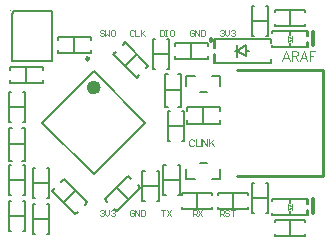
<source format=gbr>
%TF.GenerationSoftware,Altium Limited,Altium Designer,19.0.15 (446)*%
G04 Layer_Color=65535*
%FSLAX45Y45*%
%MOMM*%
%TF.FileFunction,Legend,Top*%
%TF.Part,Single*%
G01*
G75*
%TA.AperFunction,NonConductor*%
%ADD36C,0.25400*%
%ADD37C,0.12000*%
%ADD38C,0.15000*%
%ADD45C,0.10000*%
%ADD46C,0.60000*%
%ADD47C,0.25000*%
%ADD48C,0.30000*%
%ADD49C,0.20000*%
D36*
X11990750Y6223000D02*
Y6670000D01*
Y5776000D02*
Y6223000D01*
X11255750Y5776000D02*
X11990750D01*
X11255750Y6670000D02*
X11990750D01*
D37*
X11705340Y6750260D02*
X11674870Y6830243D01*
X11644400Y6750260D01*
X11655826Y6776921D02*
X11693913D01*
X11724002Y6830243D02*
Y6750260D01*
Y6830243D02*
X11758281D01*
X11769707Y6826435D01*
X11773515Y6822626D01*
X11777324Y6815008D01*
Y6807391D01*
X11773515Y6799774D01*
X11769707Y6795965D01*
X11758281Y6792156D01*
X11724002D01*
X11750663D02*
X11777324Y6750260D01*
X11856165D02*
X11825695Y6830243D01*
X11795225Y6750260D01*
X11806651Y6776921D02*
X11844738D01*
X11874827Y6830243D02*
Y6750260D01*
Y6830243D02*
X11924340D01*
X11874827Y6792156D02*
X11905297D01*
X11112500Y5435600D02*
Y5485584D01*
X11137492D01*
X11145823Y5477253D01*
Y5460592D01*
X11137492Y5452261D01*
X11112500D01*
X11129161D02*
X11145823Y5435600D01*
X11195806Y5477253D02*
X11187475Y5485584D01*
X11170814D01*
X11162484Y5477253D01*
Y5468923D01*
X11170814Y5460592D01*
X11187475D01*
X11195806Y5452261D01*
Y5443931D01*
X11187475Y5435600D01*
X11170814D01*
X11162484Y5443931D01*
X11212467Y5485584D02*
X11245790D01*
X11229128D01*
Y5435600D01*
X10883900D02*
Y5485584D01*
X10908892D01*
X10917223Y5477253D01*
Y5460592D01*
X10908892Y5452261D01*
X10883900D01*
X10900561D02*
X10917223Y5435600D01*
X10933884Y5485584D02*
X10967206Y5435600D01*
Y5485584D02*
X10933884Y5435600D01*
X10617200Y5485584D02*
X10650523D01*
X10633861D01*
Y5435600D01*
X10667184Y5485584D02*
X10700506Y5435600D01*
Y5485584D02*
X10667184Y5435600D01*
X10383823Y5477253D02*
X10375492Y5485584D01*
X10358831D01*
X10350500Y5477253D01*
Y5443931D01*
X10358831Y5435600D01*
X10375492D01*
X10383823Y5443931D01*
Y5460592D01*
X10367161D01*
X10400484Y5435600D02*
Y5485584D01*
X10433806Y5435600D01*
Y5485584D01*
X10450467D02*
Y5435600D01*
X10475459D01*
X10483790Y5443931D01*
Y5477253D01*
X10475459Y5485584D01*
X10450467D01*
X10096500Y5477253D02*
X10104831Y5485584D01*
X10121492D01*
X10129823Y5477253D01*
Y5468923D01*
X10121492Y5460592D01*
X10113161D01*
X10121492D01*
X10129823Y5452261D01*
Y5443931D01*
X10121492Y5435600D01*
X10104831D01*
X10096500Y5443931D01*
X10146484Y5485584D02*
Y5452261D01*
X10163145Y5435600D01*
X10179806Y5452261D01*
Y5485584D01*
X10196467Y5477253D02*
X10204798Y5485584D01*
X10221459D01*
X10229790Y5477253D01*
Y5468923D01*
X10221459Y5460592D01*
X10213128D01*
X10221459D01*
X10229790Y5452261D01*
Y5443931D01*
X10221459Y5435600D01*
X10204798D01*
X10196467Y5443931D01*
X11112500Y7001253D02*
X11120831Y7009584D01*
X11137492D01*
X11145823Y7001253D01*
Y6992923D01*
X11137492Y6984592D01*
X11129161D01*
X11137492D01*
X11145823Y6976261D01*
Y6967931D01*
X11137492Y6959600D01*
X11120831D01*
X11112500Y6967931D01*
X11162484Y7009584D02*
Y6976261D01*
X11179145Y6959600D01*
X11195806Y6976261D01*
Y7009584D01*
X11212467Y7001253D02*
X11220798Y7009584D01*
X11237459D01*
X11245790Y7001253D01*
Y6992923D01*
X11237459Y6984592D01*
X11229128D01*
X11237459D01*
X11245790Y6976261D01*
Y6967931D01*
X11237459Y6959600D01*
X11220798D01*
X11212467Y6967931D01*
X10891823Y7001253D02*
X10883492Y7009584D01*
X10866831D01*
X10858500Y7001253D01*
Y6967931D01*
X10866831Y6959600D01*
X10883492D01*
X10891823Y6967931D01*
Y6984592D01*
X10875161D01*
X10908484Y6959600D02*
Y7009584D01*
X10941806Y6959600D01*
Y7009584D01*
X10958467D02*
Y6959600D01*
X10983459D01*
X10991790Y6967931D01*
Y7001253D01*
X10983459Y7009584D01*
X10958467D01*
X10604500D02*
Y6959600D01*
X10629492D01*
X10637823Y6967931D01*
Y7001253D01*
X10629492Y7009584D01*
X10604500D01*
X10654484D02*
X10671145D01*
X10662814D01*
Y6959600D01*
X10654484D01*
X10671145D01*
X10721129Y7009584D02*
X10704468D01*
X10696137Y7001253D01*
Y6967931D01*
X10704468Y6959600D01*
X10721129D01*
X10729459Y6967931D01*
Y7001253D01*
X10721129Y7009584D01*
X10383823Y7001253D02*
X10375492Y7009584D01*
X10358831D01*
X10350500Y7001253D01*
Y6967931D01*
X10358831Y6959600D01*
X10375492D01*
X10383823Y6967931D01*
X10400484Y7009584D02*
Y6959600D01*
X10433806D01*
X10450467Y7009584D02*
Y6959600D01*
Y6976261D01*
X10483790Y7009584D01*
X10458798Y6984592D01*
X10483790Y6959600D01*
X10129823Y7001253D02*
X10121492Y7009584D01*
X10104831D01*
X10096500Y7001253D01*
Y6992923D01*
X10104831Y6984592D01*
X10121492D01*
X10129823Y6976261D01*
Y6967931D01*
X10121492Y6959600D01*
X10104831D01*
X10096500Y6967931D01*
X10146484Y7009584D02*
Y6959600D01*
X10163145Y6976261D01*
X10179806Y6959600D01*
Y7009584D01*
X10221459D02*
X10204798D01*
X10196467Y7001253D01*
Y6967931D01*
X10204798Y6959600D01*
X10221459D01*
X10229790Y6967931D01*
Y7001253D01*
X10221459Y7009584D01*
D38*
X11709400Y6864200D02*
Y6899200D01*
X11849100Y6959600D02*
X11861800D01*
Y7004200D01*
X11849100D02*
X11861800D01*
X11849100Y6908800D02*
X11861800D01*
Y6864200D02*
Y6908800D01*
X11849100Y6864200D02*
X11861800D01*
X11709400Y6969200D02*
Y7004200D01*
X11557000Y6985000D02*
Y7004200D01*
X11859400D01*
X11849100Y6959600D02*
Y7004200D01*
Y6864200D02*
Y6908800D01*
X11557000Y6864200D02*
X11849400D01*
X11557000D02*
Y6883400D01*
X9328000Y6361200D02*
X9468000D01*
X9328000Y6234200D02*
X9347200D01*
X9328000D02*
Y6488200D01*
X9347200D01*
X9448800D02*
X9468000D01*
Y6234200D02*
Y6488200D01*
X9448800Y6234200D02*
X9468000D01*
X9328000Y5740400D02*
X9468000D01*
X9328000Y5613400D02*
X9347200D01*
X9328000D02*
Y5867400D01*
X9347200D01*
X9448800D02*
X9468000D01*
Y5613400D02*
Y5867400D01*
X9448800Y5613400D02*
X9468000D01*
X9334200Y6559400D02*
Y6589400D01*
Y6559400D02*
X9614200D01*
Y6589400D01*
Y6669400D02*
Y6699400D01*
X9334200D02*
X9614200D01*
X9334200Y6669400D02*
Y6699400D01*
X9474200Y6559400D02*
Y6699400D01*
X9531200Y5410200D02*
X9671200D01*
X9531200Y5283200D02*
X9550400D01*
X9531200D02*
Y5537200D01*
X9550400D01*
X9652000D02*
X9671200D01*
Y5283200D02*
Y5537200D01*
X9652000Y5283200D02*
X9671200D01*
X11385400Y5588000D02*
X11525400D01*
X11506200Y5715000D02*
X11525400D01*
Y5461000D02*
Y5715000D01*
X11506200Y5461000D02*
X11525400D01*
X11385400D02*
X11404600D01*
X11385400D02*
Y5715000D01*
X11404600D01*
X10922000Y5492600D02*
Y5632600D01*
X11049000Y5492600D02*
Y5511800D01*
X10795000Y5492600D02*
X11049000D01*
X10795000D02*
Y5511800D01*
Y5613400D02*
Y5632600D01*
X11049000D01*
Y5613400D02*
Y5632600D01*
X11385400Y7086600D02*
X11525400D01*
X11506200Y7213600D02*
X11525400D01*
Y6959600D02*
Y7213600D01*
X11506200Y6959600D02*
X11525400D01*
X11385400D02*
X11404600D01*
X11385400D02*
Y7213600D01*
X11404600D01*
X10636100Y5740400D02*
X10776100D01*
X10636100Y5613400D02*
X10655300D01*
X10636100D02*
Y5867400D01*
X10655300D01*
X10756900D02*
X10776100D01*
Y5613400D02*
Y5867400D01*
X10756900Y5613400D02*
X10776100D01*
X11709400Y7042000D02*
Y7182000D01*
X11582400Y7162800D02*
Y7182000D01*
X11836400D01*
Y7162800D02*
Y7182000D01*
Y7042000D02*
Y7061200D01*
X11582400Y7042000D02*
X11836400D01*
X11582400D02*
Y7061200D01*
X11709400Y5264000D02*
Y5404000D01*
X11836400Y5264000D02*
Y5283200D01*
X11582400Y5264000D02*
X11836400D01*
X11582400D02*
Y5283200D01*
Y5384800D02*
Y5404000D01*
X11836400D01*
Y5384800D02*
Y5404000D01*
X11709400Y5546800D02*
Y5581800D01*
Y5441800D02*
Y5476800D01*
X11557000Y5441800D02*
Y5461000D01*
Y5441800D02*
X11859400D01*
X11849100D02*
Y5486400D01*
Y5537200D02*
Y5581800D01*
X11557000D02*
X11859400D01*
X11557000Y5562600D02*
Y5581800D01*
X11849100Y5441800D02*
X11861800D01*
Y5486400D01*
X11849100D02*
X11861800D01*
X11849100Y5581800D02*
X11861800D01*
Y5537200D02*
Y5581800D01*
X11849100Y5537200D02*
X11861800D01*
X11226800Y5492600D02*
Y5632600D01*
X11353800Y5492600D02*
Y5511800D01*
X11099800Y5492600D02*
X11353800D01*
X11099800D02*
Y5511800D01*
Y5613400D02*
Y5632600D01*
X11353800D01*
Y5613400D02*
Y5632600D01*
X10674200Y6198000D02*
X10814200D01*
X10674200Y6071000D02*
X10693400D01*
X10674200D02*
Y6325000D01*
X10693400D01*
X10795000D02*
X10814200D01*
Y6071000D02*
Y6325000D01*
X10795000Y6071000D02*
X10814200D01*
X10488572Y6685689D02*
X10509785Y6706903D01*
X10311795Y6904892D02*
X10509785Y6706903D01*
X10290582Y6883679D02*
X10311795Y6904892D01*
X10212800Y6805897D02*
X10234014Y6827111D01*
X10212800Y6805897D02*
X10410790Y6607908D01*
X10432004Y6629121D01*
X10311795Y6706903D02*
X10410790Y6805897D01*
X10648800Y6642400D02*
X10678800D01*
X10648800Y6362400D02*
Y6642400D01*
Y6362400D02*
X10678800D01*
X10758800D02*
X10788800D01*
Y6642400D01*
X10758800D02*
X10788800D01*
X10648800Y6502400D02*
X10788800D01*
X10219872Y5498821D02*
X10241085Y5477608D01*
X10439075Y5675597D01*
X10417862Y5696811D02*
X10439075Y5675597D01*
X10340080Y5774592D02*
X10361293Y5753379D01*
X10142090Y5576603D02*
X10340080Y5774592D01*
X10142090Y5576603D02*
X10163303Y5555389D01*
X10241085Y5675597D02*
X10340080Y5576603D01*
X9694008Y5650197D02*
X9715221Y5671411D01*
X9694008Y5650197D02*
X9891997Y5452208D01*
X9913211Y5473421D01*
X9969779Y5529989D02*
X9990992Y5551203D01*
X9793003Y5749192D02*
X9990992Y5551203D01*
X9771789Y5727979D02*
X9793003Y5749192D01*
Y5551203D02*
X9891997Y5650197D01*
X11544300Y6900100D02*
Y6934200D01*
Y6731000D02*
Y6765100D01*
X11074400Y6934200D02*
X11544300D01*
X11074400Y6731000D02*
X11544300D01*
X11074400Y6858000D02*
Y6934200D01*
X11061700Y6858000D02*
X11074400D01*
X11061700D02*
Y6934200D01*
X11074400D01*
X11061700Y6731000D02*
X11074400D01*
X11061700D02*
Y6807200D01*
X11074400D01*
Y6731000D02*
Y6807200D01*
X10832800Y6216500D02*
Y6246500D01*
Y6216500D02*
X11112800D01*
Y6246500D01*
Y6326500D02*
Y6356500D01*
X10832800D02*
X11112800D01*
X10832800Y6326500D02*
Y6356500D01*
X10972800Y6216500D02*
Y6356500D01*
X10731200Y6762600D02*
Y6792600D01*
Y6762600D02*
X11011200D01*
Y6792600D01*
Y6872600D02*
Y6902600D01*
X10731200D02*
X11011200D01*
X10731200Y6872600D02*
Y6902600D01*
X10871200Y6762600D02*
Y6902600D01*
X10020600Y6923400D02*
Y6953400D01*
X9740600D02*
X10020600D01*
X9740600Y6923400D02*
Y6953400D01*
Y6813400D02*
Y6843400D01*
Y6813400D02*
X10020600D01*
Y6843400D01*
X9880600Y6813400D02*
Y6953400D01*
X9438000Y5905200D02*
X9468000D01*
Y6185200D01*
X9438000D02*
X9468000D01*
X9328000D02*
X9358000D01*
X9328000Y5905200D02*
Y6185200D01*
Y5905200D02*
X9358000D01*
X9328000Y6045200D02*
X9468000D01*
X9328000Y5435600D02*
X9468000D01*
X9328000Y5308600D02*
X9347200D01*
X9328000D02*
Y5562600D01*
X9347200D01*
X9448800D02*
X9468000D01*
Y5308600D02*
Y5562600D01*
X9448800Y5308600D02*
X9468000D01*
X10547200Y6807200D02*
X10687200D01*
X10668000Y6934200D02*
X10687200D01*
Y6680200D02*
Y6934200D01*
X10668000Y6680200D02*
X10687200D01*
X10547200D02*
X10566400D01*
X10547200D02*
Y6934200D01*
X10566400D01*
X10458300Y5689600D02*
X10598300D01*
X10458300Y5562600D02*
X10477500D01*
X10458300D02*
Y5816600D01*
X10477500D01*
X10579100D02*
X10598300D01*
Y5562600D02*
Y5816600D01*
X10579100Y5562600D02*
X10598300D01*
X9531200Y5715000D02*
X9671200D01*
X9531200Y5588000D02*
X9550400D01*
X9531200D02*
Y5842000D01*
X9550400D01*
X9652000D02*
X9671200D01*
Y5588000D02*
Y5842000D01*
X9652000Y5588000D02*
X9671200D01*
D45*
X9350000Y7179600D02*
G03*
X9350000Y7179600I-5000J0D01*
G01*
X11691900Y6959200D02*
X11726900Y6934200D01*
X11691900D02*
Y6959200D01*
X11726900Y6934200D02*
Y6956700D01*
Y6911700D02*
Y6934200D01*
X11691900Y6909200D02*
Y6934200D01*
Y6909200D02*
X11726900Y6934200D01*
X11691900Y5486800D02*
X11726900Y5511800D01*
X11691900Y5486800D02*
Y5511800D01*
X11726900Y5489300D02*
Y5511800D01*
Y5534300D01*
X11691900Y5511800D02*
Y5536800D01*
X11726900Y5511800D01*
X10896777Y6070668D02*
X10893920Y6076381D01*
X10888207Y6082094D01*
X10882494Y6084950D01*
X10871068D01*
X10865355Y6082094D01*
X10859642Y6076381D01*
X10856785Y6070668D01*
X10853929Y6062098D01*
Y6047816D01*
X10856785Y6039246D01*
X10859642Y6033533D01*
X10865355Y6027820D01*
X10871068Y6024964D01*
X10882494D01*
X10888207Y6027820D01*
X10893920Y6033533D01*
X10896777Y6039246D01*
X10913630Y6084950D02*
Y6024964D01*
X10947909D01*
X10954478Y6084950D02*
Y6024964D01*
X10967047Y6084950D02*
Y6024964D01*
Y6084950D02*
X11007038Y6024964D01*
Y6084950D02*
Y6024964D01*
X11023606Y6084950D02*
Y6024964D01*
X11063598Y6084950D02*
X11023606Y6044959D01*
X11037889Y6059242D02*
X11063598Y6024964D01*
D46*
X10076630Y6523845D02*
G03*
X10076630Y6523845I-30000J0D01*
G01*
D47*
X10006097Y6767797D02*
G03*
X10006097Y6767797I-12500J0D01*
G01*
D48*
X11899900Y5461000D02*
Y5581800D01*
X11036300Y6921500D02*
Y6934200D01*
X11899900Y6883400D02*
Y6997700D01*
D49*
X11117800Y5746600D02*
Y5836600D01*
X11045300Y5746600D02*
X11117800D01*
X10827800D02*
Y5836600D01*
Y5746600D02*
X10900300D01*
X10942800Y5886600D02*
X11002800D01*
X10827800Y6533200D02*
Y6623200D01*
X10900300D01*
X11117800Y6533200D02*
Y6623200D01*
X11045300D02*
X11117800D01*
X10942800Y6483200D02*
X11002800D01*
X11333000Y6832600D02*
X11363000D01*
X11243000D02*
X11263000D01*
X11333000Y6792600D02*
Y6882600D01*
X11263000Y6832600D02*
X11333000Y6882600D01*
X11263000Y6832600D02*
X11333000Y6792600D01*
X11263000Y6782600D02*
Y6882600D01*
X9355000Y7069600D02*
Y7149600D01*
X9375000Y7169600D01*
X9695000D01*
Y6749600D02*
Y7169600D01*
X9355000Y6749600D02*
X9695000D01*
X9355000D02*
Y7069600D01*
X9608224Y6226861D02*
X10046630Y5788454D01*
X10046630Y6665267D02*
X10485037Y6226861D01*
X10046630Y5788454D02*
X10485037Y6226861D01*
X9608224Y6226861D02*
X10046630Y6665267D01*
%TF.MD5,802a70f1d6d50c452bc8a729e354c08a*%
M02*

</source>
